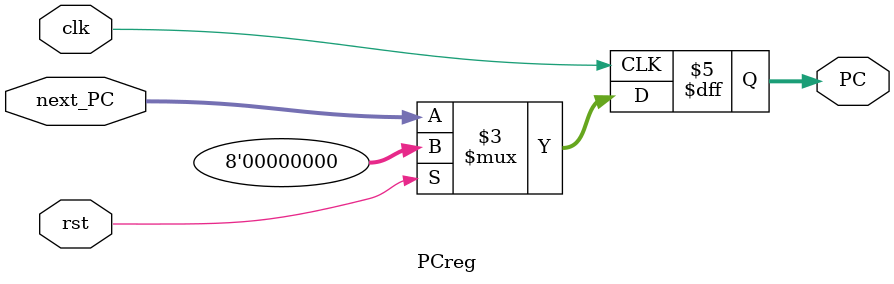
<source format=sv>
module PCreg #(
    parameter ADDRESS_WIDTH = 8,

)(
    input logic                        clk,
    input logic                        rst,
    input logic  [ADDRESS_WIDTH-1:0]   next_PC,
    output logic [ADDRESS_WIDTH-1:0]      PC

);



//synchronous reset
always_ff @(posedge clk) 
    begin 
        if(rst) PC <= {ADDRESS_WIDTH{1'b0}};
        else PC <= next_PC;
    end 
endmodule 

</source>
